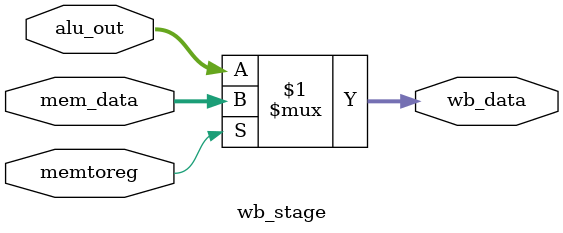
<source format=sv>
module wb_stage (
    input  logic        memtoreg,
    input  logic [15:0] alu_out,
    input  logic [15:0] mem_data,
    output logic [15:0] wb_data
);
    assign wb_data = memtoreg ? mem_data : alu_out;
endmodule

</source>
